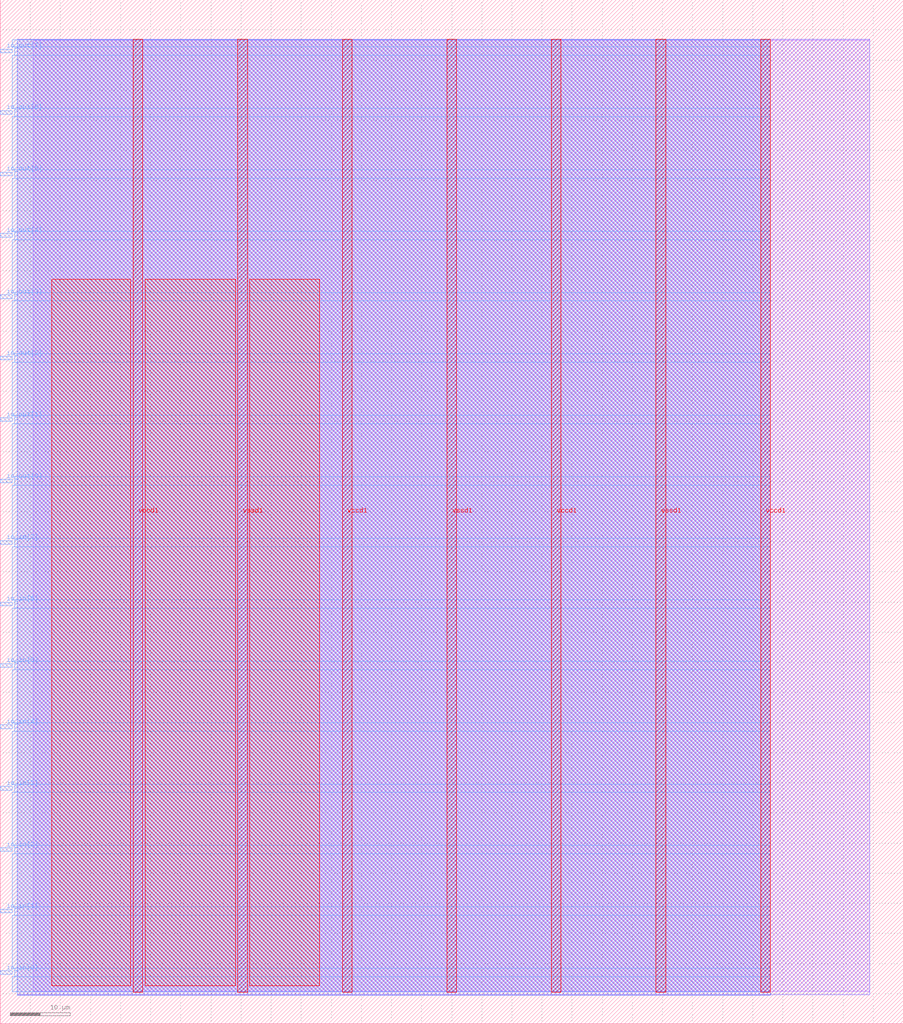
<source format=lef>
VERSION 5.7 ;
  NOWIREEXTENSIONATPIN ON ;
  DIVIDERCHAR "/" ;
  BUSBITCHARS "[]" ;
MACRO yubex_egg_timer
  CLASS BLOCK ;
  FOREIGN yubex_egg_timer ;
  ORIGIN 0.000 0.000 ;
  SIZE 150.000 BY 170.000 ;
  PIN io_in[0]
    DIRECTION INPUT ;
    USE SIGNAL ;
    PORT
      LAYER met3 ;
        RECT 0.000 8.200 2.000 8.800 ;
    END
  END io_in[0]
  PIN io_in[1]
    DIRECTION INPUT ;
    USE SIGNAL ;
    PORT
      LAYER met3 ;
        RECT 0.000 18.400 2.000 19.000 ;
    END
  END io_in[1]
  PIN io_in[2]
    DIRECTION INPUT ;
    USE SIGNAL ;
    PORT
      LAYER met3 ;
        RECT 0.000 28.600 2.000 29.200 ;
    END
  END io_in[2]
  PIN io_in[3]
    DIRECTION INPUT ;
    USE SIGNAL ;
    PORT
      LAYER met3 ;
        RECT 0.000 38.800 2.000 39.400 ;
    END
  END io_in[3]
  PIN io_in[4]
    DIRECTION INPUT ;
    USE SIGNAL ;
    PORT
      LAYER met3 ;
        RECT 0.000 49.000 2.000 49.600 ;
    END
  END io_in[4]
  PIN io_in[5]
    DIRECTION INPUT ;
    USE SIGNAL ;
    PORT
      LAYER met3 ;
        RECT 0.000 59.200 2.000 59.800 ;
    END
  END io_in[5]
  PIN io_in[6]
    DIRECTION INPUT ;
    USE SIGNAL ;
    PORT
      LAYER met3 ;
        RECT 0.000 69.400 2.000 70.000 ;
    END
  END io_in[6]
  PIN io_in[7]
    DIRECTION INPUT ;
    USE SIGNAL ;
    PORT
      LAYER met3 ;
        RECT 0.000 79.600 2.000 80.200 ;
    END
  END io_in[7]
  PIN io_out[0]
    DIRECTION OUTPUT TRISTATE ;
    USE SIGNAL ;
    PORT
      LAYER met3 ;
        RECT 0.000 89.800 2.000 90.400 ;
    END
  END io_out[0]
  PIN io_out[1]
    DIRECTION OUTPUT TRISTATE ;
    USE SIGNAL ;
    PORT
      LAYER met3 ;
        RECT 0.000 100.000 2.000 100.600 ;
    END
  END io_out[1]
  PIN io_out[2]
    DIRECTION OUTPUT TRISTATE ;
    USE SIGNAL ;
    PORT
      LAYER met3 ;
        RECT 0.000 110.200 2.000 110.800 ;
    END
  END io_out[2]
  PIN io_out[3]
    DIRECTION OUTPUT TRISTATE ;
    USE SIGNAL ;
    PORT
      LAYER met3 ;
        RECT 0.000 120.400 2.000 121.000 ;
    END
  END io_out[3]
  PIN io_out[4]
    DIRECTION OUTPUT TRISTATE ;
    USE SIGNAL ;
    PORT
      LAYER met3 ;
        RECT 0.000 130.600 2.000 131.200 ;
    END
  END io_out[4]
  PIN io_out[5]
    DIRECTION OUTPUT TRISTATE ;
    USE SIGNAL ;
    PORT
      LAYER met3 ;
        RECT 0.000 140.800 2.000 141.400 ;
    END
  END io_out[5]
  PIN io_out[6]
    DIRECTION OUTPUT TRISTATE ;
    USE SIGNAL ;
    PORT
      LAYER met3 ;
        RECT 0.000 151.000 2.000 151.600 ;
    END
  END io_out[6]
  PIN io_out[7]
    DIRECTION OUTPUT TRISTATE ;
    USE SIGNAL ;
    PORT
      LAYER met3 ;
        RECT 0.000 161.200 2.000 161.800 ;
    END
  END io_out[7]
  PIN vccd1
    DIRECTION INOUT ;
    USE POWER ;
    PORT
      LAYER met4 ;
        RECT 22.090 5.200 23.690 163.440 ;
    END
    PORT
      LAYER met4 ;
        RECT 56.830 5.200 58.430 163.440 ;
    END
    PORT
      LAYER met4 ;
        RECT 91.570 5.200 93.170 163.440 ;
    END
    PORT
      LAYER met4 ;
        RECT 126.310 5.200 127.910 163.440 ;
    END
  END vccd1
  PIN vssd1
    DIRECTION INOUT ;
    USE GROUND ;
    PORT
      LAYER met4 ;
        RECT 39.460 5.200 41.060 163.440 ;
    END
    PORT
      LAYER met4 ;
        RECT 74.200 5.200 75.800 163.440 ;
    END
    PORT
      LAYER met4 ;
        RECT 108.940 5.200 110.540 163.440 ;
    END
  END vssd1
  OBS
      LAYER li1 ;
        RECT 5.520 5.355 144.440 163.285 ;
      LAYER met1 ;
        RECT 2.830 4.800 144.440 163.440 ;
      LAYER met2 ;
        RECT 2.860 4.770 127.880 163.385 ;
      LAYER met3 ;
        RECT 2.000 162.200 127.900 163.365 ;
        RECT 2.400 160.800 127.900 162.200 ;
        RECT 2.000 152.000 127.900 160.800 ;
        RECT 2.400 150.600 127.900 152.000 ;
        RECT 2.000 141.800 127.900 150.600 ;
        RECT 2.400 140.400 127.900 141.800 ;
        RECT 2.000 131.600 127.900 140.400 ;
        RECT 2.400 130.200 127.900 131.600 ;
        RECT 2.000 121.400 127.900 130.200 ;
        RECT 2.400 120.000 127.900 121.400 ;
        RECT 2.000 111.200 127.900 120.000 ;
        RECT 2.400 109.800 127.900 111.200 ;
        RECT 2.000 101.000 127.900 109.800 ;
        RECT 2.400 99.600 127.900 101.000 ;
        RECT 2.000 90.800 127.900 99.600 ;
        RECT 2.400 89.400 127.900 90.800 ;
        RECT 2.000 80.600 127.900 89.400 ;
        RECT 2.400 79.200 127.900 80.600 ;
        RECT 2.000 70.400 127.900 79.200 ;
        RECT 2.400 69.000 127.900 70.400 ;
        RECT 2.000 60.200 127.900 69.000 ;
        RECT 2.400 58.800 127.900 60.200 ;
        RECT 2.000 50.000 127.900 58.800 ;
        RECT 2.400 48.600 127.900 50.000 ;
        RECT 2.000 39.800 127.900 48.600 ;
        RECT 2.400 38.400 127.900 39.800 ;
        RECT 2.000 29.600 127.900 38.400 ;
        RECT 2.400 28.200 127.900 29.600 ;
        RECT 2.000 19.400 127.900 28.200 ;
        RECT 2.400 18.000 127.900 19.400 ;
        RECT 2.000 9.200 127.900 18.000 ;
        RECT 2.400 7.800 127.900 9.200 ;
        RECT 2.000 5.275 127.900 7.800 ;
      LAYER met4 ;
        RECT 8.575 6.295 21.690 123.585 ;
        RECT 24.090 6.295 39.060 123.585 ;
        RECT 41.460 6.295 53.065 123.585 ;
  END
END yubex_egg_timer
END LIBRARY


</source>
